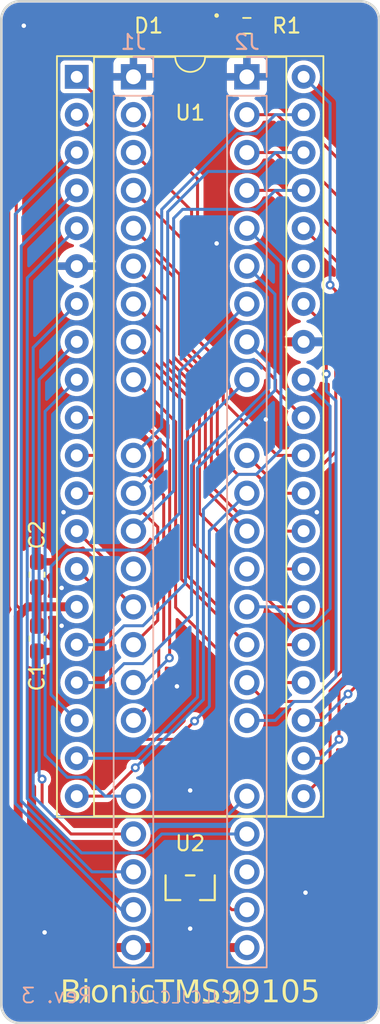
<source format=kicad_pcb>
(kicad_pcb (version 20240108) (generator "pcbnew") (generator_version "8.0")
  (title_block (title "BionicTMS99105") (date "2025-03-02") (rev "3") (company "Tadashi G. Takaoka"))
  (layers (0 "F.Cu" mixed) (31 "B.Cu" mixed) (34 "B.Paste" user) (35 "F.Paste" user) (36 "B.SilkS" user "B.Silkscreen") (37 "F.SilkS" user "F.Silkscreen") (38 "B.Mask" user) (39 "F.Mask" user) (44 "Edge.Cuts" user))
  (net 0 "")
  (net 1 "VCC")
  (net 2 "GND")
  (net 3 "/P53")
  (net 4 "/P26")
  (net 5 "/P27")
  (net 6 "/P47")
  (net 7 "/P46")
  (net 8 "/P25")
  (net 9 "/P24")
  (net 10 "/P23")
  (net 11 "/P22")
  (net 12 "/P21")
  (net 13 "/P20")
  (net 14 "/P34")
  (net 15 "/P35")
  (net 16 "/P17")
  (net 17 "/P36")
  (net 18 "/P16")
  (net 19 "/P15")
  (net 20 "/P40")
  (net 21 "/P14")
  (net 22 "/P13")
  (net 23 "/P42")
  (net 24 "/P12")
  (net 25 "/P11")
  (net 26 "/P10")
  (net 27 "unconnected-(U2-SCIO-Pad1)")
  (net 28 "/P55")
  (net 29 "/P32")
  (net 30 "/P31")
  (net 31 "/P30")
  (net 32 "/P51")
  (net 33 "/P45")
  (net 34 "/P37")
  (net 35 "/P50")
  (net 36 "/P52")
  (net 38 "/P54")
  (net 39 "/P44")
  (net 40 "/P41")
  (net 41 "Net-(D1-K)")
  (footprint "Resistor_SMD:R_0603_1608Metric_Pad0.98x0.95mm_HandSolder" (layer "F.Cu") (at 117.51 71.651)
    (property "Reference" "R1" (at 2.667 0 0) (layer "F.SilkS"))
    (property "Value" "1.6k")
    (fp_line (start -0.254724 -0.5225) (end 0.254724 -0.5225) (stroke (width 0.12)) (layer "F.SilkS"))
    (fp_line (start -0.254724 0.5225) (end 0.254724 0.5225) (stroke (width 0.12)) (layer "F.SilkS"))
    (pad "1" smd roundrect (at -0.9125 0) (size 0.975 0.95) (layers "F.Cu" "F.Paste" "F.Mask") (net 41 "Net-(D1-K)"))
    (pad "2" smd roundrect (at 0.9125 0) (size 0.975 0.95) (layers "F.Cu" "F.Paste" "F.Mask") (net 2 "GND"))
  )
  (footprint "Capacitor_SMD:C_0603_1608Metric_Pad1.08x0.95mm_HandSolder" (layer "F.Cu") (at 103.413 112.7725 -90)
    (property "Reference" "C1" (at 2.5665 0 90) (layer "F.SilkS"))
    (property "Value" "0.1u")
    (fp_line (start -0.146267 0.51) (end 0.146267 0.51) (stroke (width 0.12)) (layer "F.SilkS"))
    (fp_line (start -0.146267 -0.51) (end 0.146267 -0.51) (stroke (width 0.12)) (layer "F.SilkS"))
    (pad "1" smd roundrect (at -0.8625 0 270) (size 1.075 0.95) (layers "F.Cu" "F.Paste" "F.Mask") (net 1 "VCC"))
    (pad "2" smd roundrect (at 0.8625 0 270) (size 1.075 0.95) (layers "F.Cu" "F.Paste" "F.Mask") (net 2 "GND"))
  )
  (footprint "rhom:LED_CSL1901UW1_ROM-M" (layer "F.Cu") (at 113.827 71.651 180)
    (property "Reference" "D1" (at 2.921 0 0) (layer "F.SilkS"))
    (property "Value" "CSL1901UW1")
    (fp_circle (center -1.651 0.6858) (end -1.5748 0.6858) (stroke (width 0.1524)) (fill none) (layer "F.SilkS"))
    (pad "1" smd rect (at -0.8763 0 180) (size 0.9652 0.762) (layers "F.Cu" "F.Paste" "F.Mask") (net 41 "Net-(D1-K)"))
    (pad "2" smd rect (at 0.8763 0 180) (size 0.9652 0.762) (layers "F.Cu" "F.Paste" "F.Mask") (net 1 "VCC"))
    (zone (net 0) (net_name "") (layer "F.Cu") (connect_pads (clearance 0)) (min_thickness 0.254)
      (keepout (tracks not_allowed) (vias not_allowed) (pads allowed) (copperpour not_allowed) (footprints allowed))
      (fill (thermal_gap 0.508) (thermal_bridge_width 0.508))
      (polygon (pts (xy 114.1699 72.0066) (xy 113.4841 72.0066) (xy 113.4841 71.2954) (xy 114.1699 71.2954)))
    )
  )
  (footprint "bionic:DIP-40_W15.24mm_Socket" (layer "F.Cu") (at 106.08 75.08)
    (property "Reference" "U1" (at 7.62 2.413 0) (layer "F.SilkS"))
    (property "Value" "TMS99105")
    (fp_line (start -1.33 -1.39) (end -1.33 49.65) (stroke (width 0.12)) (layer "F.SilkS"))
    (fp_line (start -1.33 49.65) (end 16.57 49.65) (stroke (width 0.12)) (layer "F.SilkS"))
    (fp_line (start 1.16 -1.33) (end 1.16 49.59) (stroke (width 0.12)) (layer "F.SilkS"))
    (fp_line (start 1.16 49.59) (end 14.08 49.59) (stroke (width 0.12)) (layer "F.SilkS"))
    (fp_line (start 6.62 -1.33) (end 1.16 -1.33) (stroke (width 0.12)) (layer "F.SilkS"))
    (fp_line (start 14.08 -1.33) (end 8.62 -1.33) (stroke (width 0.12)) (layer "F.SilkS"))
    (fp_line (start 14.08 49.59) (end 14.08 -1.33) (stroke (width 0.12)) (layer "F.SilkS"))
    (fp_line (start 16.57 -1.39) (end -1.33 -1.39) (stroke (width 0.12)) (layer "F.SilkS"))
    (fp_line (start 16.57 49.65) (end 16.57 -1.39) (stroke (width 0.12)) (layer "F.SilkS"))
    (fp_arc (start 8.62 -1.33) (mid 7.62 -0.33) (end 6.62 -1.33) (stroke (width 0.12)) (layer "F.SilkS"))
    (pad "1" thru_hole rect (at 0 0) (size 1.6 1.6) (drill 0.8) (layers "*.Cu" "*.Mask") (net 23 "/P42"))
    (pad "2" thru_hole oval (at 0 2.54) (size 1.6 1.6) (drill 0.8) (layers "*.Cu" "*.Mask") (net 33 "/P45"))
    (pad "3" thru_hole oval (at 0 5.08) (size 1.6 1.6) (drill 0.8) (layers "*.Cu" "*.Mask") (net 3 "/P53"))
    (pad "4" thru_hole oval (at 0 7.62) (size 1.6 1.6) (drill 0.8) (layers "*.Cu" "*.Mask") (net 36 "/P52"))
    (pad "5" thru_hole oval (at 0 10.16) (size 1.6 1.6) (drill 0.8) (layers "*.Cu" "*.Mask") (net 28 "/P55"))
    (pad "6" thru_hole oval (at 0 12.7) (size 1.6 1.6) (drill 0.8) (layers "*.Cu" "*.Mask") (net 2 "GND"))
    (pad "7" thru_hole oval (at 0 15.24) (size 1.6 1.6) (drill 0.8) (layers "*.Cu" "*.Mask") (net 38 "/P54"))
    (pad "8" thru_hole oval (at 0 17.78) (size 1.6 1.6) (drill 0.8) (layers "*.Cu" "*.Mask") (net 32 "/P51"))
    (pad "9" thru_hole oval (at 0 20.32) (size 1.6 1.6) (drill 0.8) (layers "*.Cu" "*.Mask") (net 35 "/P50"))
    (pad "10" thru_hole oval (at 0 22.86) (size 1.6 1.6) (drill 0.8) (layers "*.Cu" "*.Mask") (net 34 "/P37"))
    (pad "11" thru_hole oval (at 0 25.4) (size 1.6 1.6) (drill 0.8) (layers "*.Cu" "*.Mask") (net 17 "/P36"))
    (pad "12" thru_hole oval (at 0 27.94) (size 1.6 1.6) (drill 0.8) (layers "*.Cu" "*.Mask") (net 15 "/P35"))
    (pad "13" thru_hole oval (at 0 30.48) (size 1.6 1.6) (drill 0.8) (layers "*.Cu" "*.Mask") (net 14 "/P34"))
    (pad "14" thru_hole oval (at 0 33.02) (size 1.6 1.6) (drill 0.8) (layers "*.Cu" "*.Mask") (net 40 "/P41"))
    (pad "15" thru_hole oval (at 0 35.56) (size 1.6 1.6) (drill 0.8) (layers "*.Cu" "*.Mask") (net 1 "VCC"))
    (pad "16" thru_hole oval (at 0 38.1) (size 1.6 1.6) (drill 0.8) (layers "*.Cu" "*.Mask") (net 5 "/P27"))
    (pad "17" thru_hole oval (at 0 40.64) (size 1.6 1.6) (drill 0.8) (layers "*.Cu" "*.Mask") (net 4 "/P26"))
    (pad "18" thru_hole oval (at 0 43.18) (size 1.6 1.6) (drill 0.8) (layers "*.Cu" "*.Mask") (net 8 "/P25"))
    (pad "19" thru_hole oval (at 0 45.72) (size 1.6 1.6) (drill 0.8) (layers "*.Cu" "*.Mask") (net 9 "/P24"))
    (pad "20" thru_hole oval (at 0 48.26) (size 1.6 1.6) (drill 0.8) (layers "*.Cu" "*.Mask") (net 10 "/P23"))
    (pad "21" thru_hole oval (at 15.24 48.26) (size 1.6 1.6) (drill 0.8) (layers "*.Cu" "*.Mask") (net 11 "/P22"))
    (pad "22" thru_hole oval (at 15.24 45.72) (size 1.6 1.6) (drill 0.8) (layers "*.Cu" "*.Mask") (net 12 "/P21"))
    (pad "23" thru_hole oval (at 15.24 43.18) (size 1.6 1.6) (drill 0.8) (layers "*.Cu" "*.Mask") (net 13 "/P20"))
    (pad "24" thru_hole oval (at 15.24 40.64) (size 1.6 1.6) (drill 0.8) (layers "*.Cu" "*.Mask") (net 16 "/P17"))
    (pad "25" thru_hole oval (at 15.24 38.1) (size 1.6 1.6) (drill 0.8) (layers "*.Cu" "*.Mask") (net 18 "/P16"))
    (pad "26" thru_hole oval (at 15.24 35.56) (size 1.6 1.6) (drill 0.8) (layers "*.Cu" "*.Mask") (net 19 "/P15"))
    (pad "27" thru_hole oval (at 15.24 33.02) (size 1.6 1.6) (drill 0.8) (layers "*.Cu" "*.Mask") (net 21 "/P14"))
    (pad "28" thru_hole oval (at 15.24 30.48) (size 1.6 1.6) (drill 0.8) (layers "*.Cu" "*.Mask") (net 22 "/P13"))
    (pad "29" thru_hole oval (at 15.24 27.94) (size 1.6 1.6) (drill 0.8) (layers "*.Cu" "*.Mask") (net 24 "/P12"))
    (pad "30" thru_hole oval (at 15.24 25.4) (size 1.6 1.6) (drill 0.8) (layers "*.Cu" "*.Mask") (net 25 "/P11"))
    (pad "31" thru_hole oval (at 15.24 22.86) (size 1.6 1.6) (drill 0.8) (layers "*.Cu" "*.Mask") (net 26 "/P10"))
    (pad "32" thru_hole oval (at 15.24 20.32) (size 1.6 1.6) (drill 0.8) (layers "*.Cu" "*.Mask") (net 39 "/P44"))
    (pad "33" thru_hole oval (at 15.24 17.78) (size 1.6 1.6) (drill 0.8) (layers "*.Cu" "*.Mask") (net 2 "GND"))
    (pad "34" thru_hole oval (at 15.24 15.24) (size 1.6 1.6) (drill 0.8) (layers "*.Cu" "*.Mask") (net 6 "/P47"))
    (pad "35" thru_hole oval (at 15.24 12.7) (size 1.6 1.6) (drill 0.8) (layers "*.Cu" "*.Mask"))
    (pad "36" thru_hole oval (at 15.24 10.16) (size 1.6 1.6) (drill 0.8) (layers "*.Cu" "*.Mask") (net 7 "/P46"))
    (pad "37" thru_hole oval (at 15.24 7.62) (size 1.6 1.6) (drill 0.8) (layers "*.Cu" "*.Mask") (net 29 "/P32"))
    (pad "38" thru_hole oval (at 15.24 5.08) (size 1.6 1.6) (drill 0.8) (layers "*.Cu" "*.Mask") (net 30 "/P31"))
    (pad "39" thru_hole oval (at 15.24 2.54) (size 1.6 1.6) (drill 0.8) (layers "*.Cu" "*.Mask") (net 31 "/P30"))
    (pad "40" thru_hole oval (at 15.24 0) (size 1.6 1.6) (drill 0.8) (layers "*.Cu" "*.Mask") (net 20 "/P40"))
  )
  (footprint "Capacitor_SMD:C_0603_1608Metric_Pad1.08x0.95mm_HandSolder" (layer "F.Cu") (at 103.413 108.481 90)
    (property "Reference" "C2" (at 2.667 0 90) (layer "F.SilkS"))
    (property "Value" "22U")
    (fp_line (start -0.146267 -0.51) (end 0.146267 -0.51) (stroke (width 0.12)) (layer "F.SilkS"))
    (fp_line (start -0.146267 0.51) (end 0.146267 0.51) (stroke (width 0.12)) (layer "F.SilkS"))
    (pad "1" smd roundrect (at -0.8625 0 90) (size 1.075 0.95) (layers "F.Cu" "F.Paste" "F.Mask") (net 1 "VCC"))
    (pad "2" smd roundrect (at 0.8625 0 90) (size 1.075 0.95) (layers "F.Cu" "F.Paste" "F.Mask") (net 2 "GND"))
  )
  (footprint "microchip:SOT-23_MC_MCH-M" (layer "F.Cu") (at 113.7 129.486 180)
    (property "Reference" "U2" (at 0 2.971 0) (layer "F.SilkS"))
    (property "Value" "11AA010-I/TT")
    (fp_line (start 1.652 0.827) (end 1.652 -0.827) (stroke (width 0.1524)) (layer "F.SilkS"))
    (fp_line (start 1.652 -0.827) (end 0.66294 -0.827) (stroke (width 0.1524)) (layer "F.SilkS"))
    (fp_line (start -0.287061 0.827) (end 0.287061 0.827) (stroke (width 0.1524)) (layer "F.SilkS"))
    (fp_line (start -0.66294 -0.827) (end -1.652 -0.827) (stroke (width 0.1524)) (layer "F.SilkS"))
    (fp_line (start -1.652 -0.827) (end -1.652 0.827) (stroke (width 0.1524)) (layer "F.SilkS"))
    (pad "1" smd rect (at -0.950001 1.066 180) (size 0.6604 1.6256) (layers "F.Cu" "F.Paste" "F.Mask") (net 27 "unconnected-(U2-SCIO-Pad1)"))
    (pad "2" smd rect (at 0.950001 1.066 180) (size 0.6604 1.6256) (layers "F.Cu" "F.Paste" "F.Mask") (net 1 "VCC"))
    (pad "3" smd rect (at 0 -1.066 180) (size 0.6604 1.6256) (layers "F.Cu" "F.Paste" "F.Mask") (net 2 "GND"))
  )
  (footprint "bionic:Bionic-P135_THT" (layer "B.Cu") (at 109.89 75.08 180)
    (property "Reference" "J1" (at 0 2.33 0) (layer "B.SilkS") (effects (justify mirror)))
    (property "Value" "Bionic-P135")
    (fp_line (start 1.33 -1.27) (end -1.33 -1.27) (stroke (width 0.12)) (layer "B.SilkS"))
    (fp_line (start 1.33 -59.75) (end 1.33 -1.27) (stroke (width 0.12)) (layer "B.SilkS"))
    (fp_line (start 1.33 -59.75) (end -1.33 -59.75) (stroke (width 0.12)) (layer "B.SilkS"))
    (fp_line (start 0 1.33) (end -1.33 1.33) (stroke (width 0.12)) (layer "B.SilkS"))
    (fp_line (start -1.33 1.33) (end -1.33 0) (stroke (width 0.12)) (layer "B.SilkS"))
    (fp_line (start -1.33 -59.75) (end -1.33 -1.27) (stroke (width 0.12)) (layer "B.SilkS"))
    (pad "1" thru_hole rect (at 0 0 180) (size 1.7 1.7) (drill 1) (layers "*.Cu" "*.Mask") (net 2 "GND"))
    (pad "2" thru_hole oval (at 0 -2.54 180) (size 1.7 1.7) (drill 1) (layers "*.Cu" "*.Mask") (net 26 "/P10"))
    (pad "3" thru_hole oval (at 0 -5.08 180) (size 1.7 1.7) (drill 1) (layers "*.Cu" "*.Mask") (net 25 "/P11"))
    (pad "4" thru_hole oval (at 0 -7.62 180) (size 1.7 1.7) (drill 1) (layers "*.Cu" "*.Mask") (net 24 "/P12"))
    (pad "5" thru_hole oval (at 0 -10.16 180) (size 1.7 1.7) (drill 1) (layers "*.Cu" "*.Mask") (net 22 "/P13"))
    (pad "6" thru_hole oval (at 0 -12.7 180) (size 1.7 1.7) (drill 1) (layers "*.Cu" "*.Mask") (net 21 "/P14"))
    (pad "7" thru_hole oval (at 0 -15.24 180) (size 1.7 1.7) (drill 1) (layers "*.Cu" "*.Mask") (net 19 "/P15"))
    (pad "8" thru_hole oval (at 0 -17.78 180) (size 1.7 1.7) (drill 1) (layers "*.Cu" "*.Mask") (net 18 "/P16"))
    (pad "9" thru_hole oval (at 0 -20.32 180) (size 1.7 1.7) (drill 1) (layers "*.Cu" "*.Mask") (net 16 "/P17"))
    (pad "11" thru_hole oval (at 0 -25.4 180) (size 1.7 1.7) (drill 1) (layers "*.Cu" "*.Mask") (net 31 "/P30"))
    (pad "12" thru_hole oval (at 0 -27.94 180) (size 1.7 1.7) (drill 1) (layers "*.Cu" "*.Mask") (net 30 "/P31"))
    (pad "13" thru_hole oval (at 0 -30.48 180) (size 1.7 1.7) (drill 1) (layers "*.Cu" "*.Mask") (net 29 "/P32"))
    (pad "14" thru_hole oval (at 0 -33.02 180) (size 1.7 1.7) (drill 1) (layers "*.Cu" "*.Mask"))
    (pad "15" thru_hole oval (at 0 -35.56 180) (size 1.7 1.7) (drill 1) (layers "*.Cu" "*.Mask") (net 14 "/P34"))
    (pad "16" thru_hole oval (at 0 -38.1 180) (size 1.7 1.7) (drill 1) (layers "*.Cu" "*.Mask") (net 15 "/P35"))
    (pad "17" thru_hole oval (at 0 -40.64 180) (size 1.7 1.7) (drill 1) (layers "*.Cu" "*.Mask") (net 34 "/P37"))
    (pad "18" thru_hole oval (at 0 -43.18 180) (size 1.7 1.7) (drill 1) (layers "*.Cu" "*.Mask") (net 17 "/P36"))
    (pad "20" thru_hole oval (at 0 -48.26 180) (size 1.7 1.7) (drill 1) (layers "*.Cu" "*.Mask") (net 35 "/P50"))
    (pad "21" thru_hole oval (at 0 -50.8 180) (size 1.7 1.7) (drill 1) (layers "*.Cu" "*.Mask") (net 32 "/P51"))
    (pad "22" thru_hole oval (at 0 -53.34 180) (size 1.7 1.7) (drill 1) (layers "*.Cu" "*.Mask") (net 36 "/P52"))
    (pad "23" thru_hole oval (at 0 -55.88 180) (size 1.7 1.7) (drill 1) (layers "*.Cu" "*.Mask") (net 3 "/P53"))
    (pad "24" thru_hole oval (at 0 -58.42 180) (size 1.7 1.7) (drill 1) (layers "*.Cu" "*.Mask") (net 1 "VCC"))
  )
  (footprint "bionic:Bionic-P245_THT" (layer "B.Cu") (at 117.51 75.08 180)
    (property "Reference" "J2" (at 0 2.33 0) (layer "B.SilkS") (effects (justify mirror)))
    (property "Value" "Bionic-P245")
    (fp_line (start 1.33 -1.27) (end -1.33 -1.27) (stroke (width 0.12)) (layer "B.SilkS"))
    (fp_line (start 1.33 -59.75) (end 1.33 -1.27) (stroke (width 0.12)) (layer "B.SilkS"))
    (fp_line (start 1.33 -59.75) (end -1.33 -59.75) (stroke (width 0.12)) (layer "B.SilkS"))
    (fp_line (start 0 1.33) (end -1.33 1.33) (stroke (width 0.12)) (layer "B.SilkS"))
    (fp_line (start -1.33 1.33) (end -1.33 0) (stroke (width 0.12)) (layer "B.SilkS"))
    (fp_line (start -1.33 -59.75) (end -1.33 -1.27) (stroke (width 0.12)) (layer "B.SilkS"))
    (pad "25" thru_hole oval (at 0 -58.42 180) (size 1.7 1.7) (drill 1) (layers "*.Cu" "*.Mask") (net 1 "VCC"))
    (pad "26" thru_hole oval (at 0 -55.88 180) (size 1.7 1.7) (drill 1) (layers "*.Cu" "*.Mask") (net 27 "unconnected-(U2-SCIO-Pad1)"))
    (pad "27" thru_hole oval (at 0 -53.34 180) (size 1.7 1.7) (drill 1) (layers "*.Cu" "*.Mask"))
    (pad "28" thru_hole oval (at 0 -50.8 180) (size 1.7 1.7) (drill 1) (layers "*.Cu" "*.Mask") (net 28 "/P55"))
    (pad "29" thru_hole oval (at 0 -48.26 180) (size 1.7 1.7) (drill 1) (layers "*.Cu" "*.Mask") (net 38 "/P54"))
    (pad "31" thru_hole oval (at 0 -43.18 180) (size 1.7 1.7) (drill 1) (layers "*.Cu" "*.Mask") (net 6 "/P47"))
    (pad "32" thru_hole oval (at 0 -40.64 180) (size 1.7 1.7) (drill 1) (layers "*.Cu" "*.Mask") (net 7 "/P46"))
    (pad "33" thru_hole oval (at 0 -38.1 180) (size 1.7 1.7) (drill 1) (layers "*.Cu" "*.Mask") (net 33 "/P45"))
    (pad "34" thru_hole oval (at 0 -35.56 180) (size 1.7 1.7) (drill 1) (layers "*.Cu" "*.Mask") (net 39 "/P44"))
    (pad "35" thru_hole oval (at 0 -33.02 180) (size 1.7 1.7) (drill 1) (layers "*.Cu" "*.Mask"))
    (pad "36" thru_hole oval (at 0 -30.48 180) (size 1.7 1.7) (drill 1) (layers "*.Cu" "*.Mask") (net 23 "/P42"))
    (pad "37" thru_hole oval (at 0 -27.94 180) (size 1.7 1.7) (drill 1) (layers "*.Cu" "*.Mask") (net 40 "/P41"))
    (pad "38" thru_hole oval (at 0 -25.4 180) (size 1.7 1.7) (drill 1) (layers "*.Cu" "*.Mask") (net 20 "/P40"))
    (pad "40" thru_hole oval (at 0 -20.32 180) (size 1.7 1.7) (drill 1) (layers "*.Cu" "*.Mask") (net 5 "/P27"))
    (pad "41" thru_hole oval (at 0 -17.78 180) (size 1.7 1.7) (drill 1) (layers "*.Cu" "*.Mask") (net 4 "/P26"))
    (pad "42" thru_hole oval (at 0 -15.24 180) (size 1.7 1.7) (drill 1) (layers "*.Cu" "*.Mask") (net 8 "/P25"))
    (pad "43" thru_hole oval (at 0 -12.7 180) (size 1.7 1.7) (drill 1) (layers "*.Cu" "*.Mask") (net 9 "/P24"))
    (pad "44" thru_hole oval (at 0 -10.16 180) (size 1.7 1.7) (drill 1) (layers "*.Cu" "*.Mask") (net 10 "/P23"))
    (pad "45" thru_hole oval (at 0 -7.62 180) (size 1.7 1.7) (drill 1) (layers "*.Cu" "*.Mask") (net 11 "/P22"))
    (pad "46" thru_hole oval (at 0 -5.08 180) (size 1.7 1.7) (drill 1) (layers "*.Cu" "*.Mask") (net 12 "/P21"))
    (pad "47" thru_hole oval (at 0 -2.54 180) (size 1.7 1.7) (drill 1) (layers "*.Cu" "*.Mask") (net 13 "/P20"))
    (pad "48" thru_hole rect (at 0 0 180) (size 1.7 1.7) (drill 1) (layers "*.Cu" "*.Mask") (net 2 "GND"))
  )
  (gr_arc (start 126.4 137.31) (mid 126.028026 138.208026) (end 125.13 138.58) (stroke (width 0.15)) (layer "Edge.Cuts"))
  (gr_line (start 126.4 71.27) (end 126.4 137.31) (stroke (width 0.15)) (layer "Edge.Cuts"))
  (gr_arc (start 101 71.27) (mid 101.371974 70.371974) (end 102.27 70) (stroke (width 0.15)) (layer "Edge.Cuts"))
  (gr_line (start 101 71.27) (end 101 137.31) (stroke (width 0.15)) (layer "Edge.Cuts"))
  (gr_arc (start 102.27 138.58) (mid 101.371974 138.208026) (end 101 137.31) (stroke (width 0.15)) (layer "Edge.Cuts"))
  (gr_line (start 102.27 70) (end 125.13 70) (stroke (width 0.15)) (layer "Edge.Cuts"))
  (gr_line (start 102.27 138.58) (end 125.13 138.58) (stroke (width 0.15)) (layer "Edge.Cuts"))
  (gr_arc (start 125.13 70) (mid 126.028026 70.371974) (end 126.4 71.27) (stroke (width 0.15)) (layer "Edge.Cuts"))
  (gr_text "JLCJLCJLCJLC" (at 113.7 137.31 0) (layer "B.SilkS") (effects (font (size 0.8 0.8)) (justify bottom mirror)))
  (gr_text "Rev. 3" (at 107.223 137.31 0) (layer "B.SilkS") (effects (font (size 1 1)) (justify left bottom mirror)))
  (gr_text "BionicTMS99105" (at 113.7 136.548 0) (layer "F.SilkS") (effects (font (size 1.5 1.5) (thickness 0.1875))))
  (segment (start 102.397 110.894) (end 102.016 110.513) (width 0.2) (layer "F.Cu") (net 1))
  (segment (start 112.749999 128.42) (end 112.749999 133.464399) (width 0.2) (layer "F.Cu") (net 1))
  (segment (start 102.7791 110.6389) (end 102.143 111.275) (width 0.6) (layer "F.Cu") (net 1))
  (segment (start 117.51 133.5) (end 112.7856 133.5) (width 0.6) (layer "F.Cu") (net 1))
  (segment (start 106.08 110.64) (end 106.0789 110.6389) (width 0.6) (layer "F.Cu") (net 1))
  (segment (start 112.749999 133.464399) (end 112.7856 133.5) (width 0.2) (layer "F.Cu") (net 1))
  (segment (start 108.62 133.5) (end 109.89 133.5) (width 0.6) (layer "F.Cu") (net 1))
  (segment (start 102.143 111.275) (end 102.143 127.023) (width 0.6) (layer "F.Cu") (net 1))
  (segment (start 102.016 110.513) (end 102.016 74.699) (width 0.2) (layer "F.Cu") (net 1))
  (segment (start 105.064 71.651) (end 112.9507 71.651) (width 0.2) (layer "F.Cu") (net 1))
  (segment (start 102.016 74.699) (end 105.064 71.651) (width 0.2) (layer "F.Cu") (net 1))
  (segment (start 103.413 109.3435) (end 103.413 111.91) (width 0.6) (layer "F.Cu") (net 1))
  (segment (start 112.7856 133.5) (end 109.89 133.5) (width 0.6) (layer "F.Cu") (net 1))
  (segment (start 106.0789 110.6389) (end 102.7791 110.6389) (width 0.6) (layer "F.Cu") (net 1))
  (segment (start 102.143 127.023) (end 108.62 133.5) (width 0.6) (layer "F.Cu") (net 1))
  (segment (start 121.32 92.86) (end 120.05 92.86) (width 0.6) (layer "F.Cu") (net 2))
  (via (at 122.209 104.29) (size 0.6) (drill 0.3) (layers "F.Cu" "B.Cu") (net 2))
  (via (at 113.7 132.23) (size 0.6) (drill 0.3) (layers "F.Cu" "B.Cu") (net 2))
  (via (at 113.7 122.959) (size 0.6) (drill 0.3) (layers "F.Cu" "B.Cu") (net 2))
  (via (at 118.78 98.067) (size 0.6) (drill 0.3) (layers "F.Cu" "B.Cu") (net 2))
  (via (at 105.191 104.29) (size 0.6) (drill 0.3) (layers "F.Cu" "B.Cu") (net 2))
  (via (at 105.064 109.37) (size 0.6) (drill 0.3) (layers "F.Cu" "B.Cu") (net 2))
  (via (at 102.524 71.651) (size 0.6) (drill 0.3) (layers "F.Cu" "B.Cu") (net 2))
  (via (at 103.921 132.484) (size 0.6) (drill 0.3) (layers "F.Cu" "B.Cu") (net 2))
  (via (at 115.478 86.256) (size 0.6) (drill 0.3) (layers "F.Cu" "B.Cu") (net 2))
  (via (at 121.447 129.817) (size 0.6) (drill 0.3) (layers "F.Cu" "B.Cu") (net 2))
  (via (at 105.064 111.91) (size 0.6) (drill 0.3) (layers "F.Cu" "B.Cu") (net 2))
  (via (at 112.811 115.974) (size 0.6) (drill 0.3) (layers "F.Cu" "B.Cu") (net 2))
  (segment (start 121.32 92.86) (end 122.844 92.86) (width 0.6) (layer "B.Cu") (net 2))
  (segment (start 109.89 130.96) (end 109.081942 130.96) (width 0.2) (layer "B.Cu") (net 3))
  (segment (start 101.9528 123.830858) (end 101.9528 84.2872) (width 0.2) (layer "B.Cu") (net 3))
  (segment (start 101.9528 84.2872) (end 106.08 80.16) (width 0.2) (layer "B.Cu") (net 3))
  (segment (start 109.081942 130.96) (end 101.9528 123.830858) (width 0.2) (layer "B.Cu") (net 3))
  (segment (start 110.525 114.45) (end 113.789 111.186) (width 0.2) (layer "B.Cu") (net 4))
  (segment (start 107.985 115.72) (end 109.255 114.45) (width 0.2) (layer "B.Cu") (net 4))
  (segment (start 113.789 111.186) (end 113.789 101.153) (width 0.2) (layer "B.Cu") (net 4))
  (segment (start 106.08 115.72) (end 107.985 115.72) (width 0.2) (layer "B.Cu") (net 4))
  (segment (start 109.255 114.45) (end 110.525 114.45) (width 0.2) (layer "B.Cu") (net 4))
  (segment (start 113.789 101.153) (end 118.996 95.946) (width 0.2) (layer "B.Cu") (net 4))
  (segment (start 118.996 94.346) (end 117.51 92.86) (width 0.2) (layer "B.Cu") (net 4))
  (segment (start 118.996 95.946) (end 118.996 94.346) (width 0.2) (layer "B.Cu") (net 4))
  (segment (start 113.389 99.521) (end 117.51 95.4) (width 0.2) (layer "B.Cu") (net 5))
  (segment (start 110.525 111.91) (end 113.389 109.046) (width 0.2) (layer "B.Cu") (net 5))
  (segment (start 109.255 111.91) (end 110.525 111.91) (width 0.2) (layer "B.Cu") (net 5))
  (segment (start 106.08 113.18) (end 107.985 113.18) (width 0.2) (layer "B.Cu") (net 5))
  (segment (start 113.389 109.046) (end 113.389 99.521) (width 0.2) (layer "B.Cu") (net 5))
  (segment (start 107.985 113.18) (end 109.255 111.91) (width 0.2) (layer "B.Cu") (net 5))
  (segment (start 122.844 95.019) (end 122.844 91.844) (width 0.2) (layer "F.Cu") (net 6))
  (segment (start 122.844 91.844) (end 121.32 90.32) (width 0.2) (layer "F.Cu") (net 6))
  (via (at 122.844 95.019) (size 0.6) (drill 0.3) (layers "F.Cu" "B.Cu") (net 6))
  (segment (start 122.844 95.019) (end 122.844 96.162) (width 0.2) (layer "B.Cu") (net 6))
  (segment (start 121.843818 116.99) (end 120.685 116.99) (width 0.2) (layer "B.Cu") (net 6))
  (segment (start 120.685 116.99) (end 119.415 118.26) (width 0.2) (layer "B.Cu") (net 6))
  (segment (start 122.844 96.162) (end 123.498 96.816) (width 0.2) (layer "B.Cu") (net 6))
  (segment (start 123.498 96.816) (end 123.498 115.335818) (width 0.2) (layer "B.Cu") (net 6))
  (segment (start 119.415 118.26) (end 117.51 118.26) (width 0.2) (layer "B.Cu") (net 6))
  (segment (start 123.498 115.335818) (end 121.843818 116.99) (width 0.2) (layer "B.Cu") (net 6))
  (segment (start 118.78 116.99) (end 121.828 116.99) (width 0.2) (layer "F.Cu") (net 7))
  (segment (start 117.51 115.72) (end 118.78 116.99) (width 0.2) (layer "F.Cu") (net 7))
  (segment (start 121.828 116.99) (end 123.879 114.939) (width 0.2) (layer "F.Cu") (net 7))
  (segment (start 123.879 114.939) (end 123.879 87.799) (width 0.2) (layer "F.Cu") (net 7))
  (segment (start 123.879 87.799) (end 121.32 85.24) (width 0.2) (layer "F.Cu") (net 7))
  (segment (start 106.08 118.26) (end 104.3528 116.5328) (width 0.2) (layer "B.Cu") (net 8))
  (segment (start 105.445 106.83) (end 110.525 106.83) (width 0.2) (layer "B.Cu") (net 8))
  (segment (start 112.989 104.366) (end 112.989 94.841) (width 0.2) (layer "B.Cu") (net 8))
  (segment (start 104.3528 107.9222) (end 105.445 106.83) (width 0.2) (layer "B.Cu") (net 8))
  (segment (start 104.3528 116.5328) (end 104.3528 107.9222) (width 0.2) (layer "B.Cu") (net 8))
  (segment (start 110.525 106.83) (end 112.989 104.366) (width 0.2) (layer "B.Cu") (net 8))
  (segment (start 112.989 94.841) (end 117.51 90.32) (width 0.2) (layer "B.Cu") (net 8))
  (segment (start 114.189 116.697314) (end 110.086314 120.8) (width 0.2) (layer "B.Cu") (net 9))
  (segment (start 119.396 89.666) (end 119.396 96.111686) (width 0.2) (layer "B.Cu") (net 9))
  (segment (start 110.086314 120.8) (end 106.08 120.8) (width 0.2) (layer "B.Cu") (net 9))
  (segment (start 114.189 101.318686) (end 114.189 116.697314) (width 0.2) (layer "B.Cu") (net 9))
  (segment (start 119.396 96.111686) (end 114.189 101.318686) (width 0.2) (layer "B.Cu") (net 9))
  (segment (start 117.51 87.78) (end 119.396 89.666) (width 0.2) (layer "B.Cu") (net 9))
  (segment (start 108.112 123.34) (end 106.08 123.34) (width 0.2) (layer "F.Cu") (net 10))
  (segment (start 110.017 121.435) (end 108.112 123.34) (width 0.2) (layer "F.Cu") (net 10))
  (via (at 110.017 121.435) (size 0.6) (drill 0.3) (layers "F.Cu" "B.Cu") (net 10))
  (segment (start 118.145 101.75) (end 119.796 100.099) (width 0.2) (layer "B.Cu") (net 10))
  (segment (start 116.9385 101.75) (end 118.145 101.75) (width 0.2) (layer "B.Cu") (net 10))
  (segment (start 110.017 121.435) (end 114.589 116.863) (width 0.2) (layer "B.Cu") (net 10))
  (segment (start 119.796 100.099) (end 119.796 87.526) (width 0.2) (layer "B.Cu") (net 10))
  (segment (start 119.796 87.526) (end 117.51 85.24) (width 0.2) (layer "B.Cu") (net 10))
  (segment (start 114.589 104.0995) (end 116.9385 101.75) (width 0.2) (layer "B.Cu") (net 10))
  (segment (start 114.589 116.863) (end 114.589 104.0995) (width 0.2) (layer "B.Cu") (net 10))
  (segment (start 124.279 115.104686) (end 124.279 86.294) (width 0.2) (layer "F.Cu") (net 11))
  (segment (start 119.415 82.7) (end 117.51 82.7) (width 0.2) (layer "F.Cu") (net 11))
  (segment (start 123.098 116.285686) (end 124.279 115.104686) (width 0.2) (layer "F.Cu") (net 11))
  (segment (start 120.685 83.97) (end 119.415 82.7) (width 0.2) (layer "F.Cu") (net 11))
  (segment (start 124.279 86.294) (end 121.955 83.97) (width 0.2) (layer "F.Cu") (net 11))
  (segment (start 121.32 123.34) (end 123.098 121.562) (width 0.2) (layer "F.Cu") (net 11))
  (segment (start 121.955 83.97) (end 120.685 83.97) (width 0.2) (layer "F.Cu") (net 11))
  (segment (start 123.098 121.562) (end 123.098 116.285686) (width 0.2) (layer "F.Cu") (net 11))
  (segment (start 119.415 80.16) (end 117.51 80.16) (width 0.2) (layer "F.Cu") (net 12))
  (segment (start 121.955 81.43) (end 120.685 81.43) (width 0.2) (layer "F.Cu") (net 12))
  (segment (start 124.679 84.154) (end 121.955 81.43) (width 0.2) (layer "F.Cu") (net 12))
  (segment (start 124.679 115.270372) (end 124.679 84.154) (width 0.2) (layer "F.Cu") (net 12))
  (segment (start 120.685 81.43) (end 119.415 80.16) (width 0.2) (layer "F.Cu") (net 12))
  (segment (start 123.698 116.251372) (end 124.679 115.270372) (width 0.2) (layer "F.Cu") (net 12))
  (segment (start 123.698 119.53) (end 123.698 116.251372) (width 0.2) (layer "F.Cu") (net 12))
  (via (at 123.698 119.53) (size 0.6) (drill 0.3) (layers "F.Cu" "B.Cu") (net 12))
  (segment (start 123.698 119.53) (end 123.698 119.565) (width 0.2) (layer "B.Cu") (net 12))
  (segment (start 122.463 120.8) (end 121.32 120.8) (width 0.2) (layer "B.Cu") (net 12))
  (segment (start 123.698 119.565) (end 122.463 120.8) (width 0.2) (layer "B.Cu") (net 12))
  (segment (start 121.955 78.89) (end 120.812 78.89) (width 0.2) (layer "F.Cu") (net 13))
  (segment (start 125.079 82.014) (end 121.955 78.89) (width 0.2) (layer "F.Cu") (net 13))
  (segment (start 119.542 77.62) (end 117.51 77.62) (width 0.2) (layer "F.Cu") (net 13))
  (segment (start 125.079 115.718902) (end 125.079 82.014) (width 0.2) (layer "F.Cu") (net 13))
  (segment (start 120.812 78.89) (end 119.542 77.62) (width 0.2) (layer "F.Cu") (net 13))
  (segment (start 124.306951 116.490951) (end 125.079 115.718902) (width 0.2) (layer "F.Cu") (net 13))
  (via (at 124.306951 116.490951) (size 0.6) (drill 0.3) (layers "F.Cu" "B.Cu") (net 13))
  (segment (start 122.537902 118.26) (end 121.32 118.26) (width 0.2) (layer "B.Cu") (net 13))
  (segment (start 124.306951 116.490951) (end 122.537902 118.26) (width 0.2) (layer "B.Cu") (net 13))
  (segment (start 106.08 105.56) (end 108.366 107.846) (width 0.2) (layer "F.Cu") (net 14))
  (segment (start 108.366 107.846) (end 108.366 109.116) (width 0.2) (layer "F.Cu") (net 14))
  (segment (start 108.366 109.116) (end 109.89 110.64) (width 0.2) (layer "F.Cu") (net 14))
  (segment (start 109.255 104.29) (end 110.525 104.29) (width 0.2) (layer "F.Cu") (net 15))
  (segment (start 107.985 103.02) (end 109.255 104.29) (width 0.2) (layer "F.Cu") (net 15))
  (segment (start 111.5225 105.2875) (end 111.5225 111.5475) (width 0.2) (layer "F.Cu") (net 15))
  (segment (start 111.5225 111.5475) (end 109.89 113.18) (width 0.2) (layer "F.Cu") (net 15))
  (segment (start 106.08 103.02) (end 107.985 103.02) (width 0.2) (layer "F.Cu") (net 15))
  (segment (start 110.525 104.29) (end 111.5225 105.2875) (width 0.2) (layer "F.Cu") (net 15))
  (segment (start 121.32 115.72) (end 119.415 115.72) (width 0.2) (layer "F.Cu") (net 16))
  (segment (start 112.7225 110.6785) (end 112.7225 98.2325) (width 0.2) (layer "F.Cu") (net 16))
  (segment (start 118.145 114.45) (end 116.494 114.45) (width 0.2) (layer "F.Cu") (net 16))
  (segment (start 116.494 114.45) (end 112.7225 110.6785) (width 0.2) (layer "F.Cu") (net 16))
  (segment (start 112.7225 98.2325) (end 109.89 95.4) (width 0.2) (layer "F.Cu") (net 16))
  (segment (start 119.415 115.72) (end 118.145 114.45) (width 0.2) (layer "F.Cu") (net 16))
  (segment (start 111.9225 103.1475) (end 111.9225 113.0525) (width 0.2) (layer "F.Cu") (net 17))
  (segment (start 111.9225 113.0525) (end 111.5918 113.3832) (width 0.2) (layer "F.Cu") (net 17))
  (segment (start 109.255 101.75) (end 110.525 101.75) (width 0.2) (layer "F.Cu") (net 17))
  (segment (start 110.525 101.75) (end 111.9225 103.1475) (width 0.2) (layer "F.Cu") (net 17))
  (segment (start 106.08 100.48) (end 107.985 100.48) (width 0.2) (layer "F.Cu") (net 17))
  (segment (start 107.985 100.48) (end 109.255 101.75) (width 0.2) (layer "F.Cu") (net 17))
  (segment (start 111.5918 116.5582) (end 109.89 118.26) (width 0.2) (layer "F.Cu") (net 17))
  (segment (start 111.5918 113.3832) (end 111.5918 116.5582) (width 0.2) (layer "F.Cu") (net 17))
  (segment (start 119.415 113.18) (end 121.32 113.18) (width 0.2) (layer "F.Cu") (net 18))
  (segment (start 113.5225 96.4925) (end 113.5225 108.5575) (width 0.2) (layer "F.Cu") (net 18))
  (segment (start 116.875 111.91) (end 118.145 111.91) (width 0.2) (layer "F.Cu") (net 18))
  (segment (start 109.89 92.86) (end 113.5225 96.4925) (width 0.2) (layer "F.Cu") (net 18))
  (segment (start 113.5225 108.5575) (end 116.875 111.91) (width 0.2) (layer "F.Cu") (net 18))
  (segment (start 118.145 111.91) (end 119.415 113.18) (width 0.2) (layer "F.Cu") (net 18))
  (segment (start 111.795 92.225) (end 111.795 94.199314) (width 0.2) (layer "F.Cu") (net 19))
  (segment (start 118.145 109.37) (end 119.415 110.64) (width 0.2) (layer "F.Cu") (net 19))
  (segment (start 113.9225 96.326814) (end 113.9225 106.4175) (width 0.2) (layer "F.Cu") (net 19))
  (segment (start 116.875 109.37) (end 118.145 109.37) (width 0.2) (layer "F.Cu") (net 19))
  (segment (start 109.89 90.32) (end 111.795 92.225) (width 0.2) (layer "F.Cu") (net 19))
  (segment (start 119.415 110.64) (end 121.32 110.64) (width 0.2) (layer "F.Cu") (net 19))
  (segment (start 113.9225 106.4175) (end 116.875 109.37) (width 0.2) (layer "F.Cu") (net 19))
  (segment (start 111.795 94.199314) (end 113.9225 96.326814) (width 0.2) (layer "F.Cu") (net 19))
  (segment (start 123.098 89.05) (end 123.479 89.431) (width 0.2) (layer "F.Cu") (net 20))
  (segment (start 123.479 100.226) (end 121.955 101.75) (width 0.2) (layer "F.Cu") (net 20))
  (segment (start 121.955 101.75) (end 118.78 101.75) (width 0.2) (layer "F.Cu") (net 20))
  (segment (start 118.78 101.75) (end 117.51 100.48) (width 0.2) (layer "F.Cu") (net 20))
  (segment (start 123.479 89.431) (end 123.479 100.226) (width 0.2) (layer "F.Cu") (net 20))
  (via (at 123.098 89.05) (size 0.6) (drill 0.3) (layers "F.Cu" "B.Cu") (net 20))
  (segment (start 123.098 89.05) (end 123.098 76.858) (width 0.2) (layer "B.Cu") (net 20))
  (segment (start 123.098 76.858) (end 121.32 75.08) (width 0.2) (layer "B.Cu") (net 20))
  (segment (start 112.195 94.033628) (end 114.3225 96.161128) (width 0.2) (layer "F.Cu") (net 21))
  (segment (start 116.805686 106.83) (end 118.145 106.83) (width 0.2) (layer "F.Cu") (net 21))
  (segment (start 114.3225 96.161128) (end 114.3225 104.346814) (width 0.2) (layer "F.Cu") (net 21))
  (segment (start 114.3225 104.346814) (end 116.805686 106.83) (width 0.2) (layer "F.Cu") (net 21))
  (segment (start 109.89 87.78) (end 112.195 90.085) (width 0.2) (layer "F.Cu") (net 21))
  (segment (start 119.415 108.1) (end 121.32 108.1) (width 0.2) (layer "F.Cu") (net 21))
  (segment (start 112.195 90.085) (end 112.195 94.033628) (width 0.2) (layer "F.Cu") (net 21))
  (segment (start 118.145 106.83) (end 119.415 108.1) (width 0.2) (layer "F.Cu") (net 21))
  (segment (start 109.89 85.24) (end 112.995 88.345) (width 0.2) (layer "F.Cu") (net 22))
  (segment (start 115.1225 102.5375) (end 116.875 104.29) (width 0.2) (layer "F.Cu") (net 22))
  (segment (start 116.875 104.29) (end 118.145 104.29) (width 0.2) (layer "F.Cu") (net 22))
  (segment (start 112.995 88.345) (end 112.995 93.702256) (width 0.2) (layer "F.Cu") (net 22))
  (segment (start 118.145 104.29) (end 119.415 105.56) (width 0.2) (layer "F.Cu") (net 22))
  (segment (start 112.995 93.702256) (end 115.1225 95.829756) (width 0.2) (layer "F.Cu") (net 22))
  (segment (start 115.1225 95.829756) (end 115.1225 102.5375) (width 0.2) (layer "F.Cu") (net 22))
  (segment (start 119.415 105.56) (end 121.32 105.56) (width 0.2) (layer "F.Cu") (net 22))
  (segment (start 108.366 77.366) (end 108.366 85.6845) (width 0.2) (layer "F.Cu") (net 23))
  (segment (start 112.595 88.510686) (end 112.595 93.867942) (width 0.2) (layer "F.Cu") (net 23))
  (segment (start 108.366 85.6845) (end 109.1915 86.51) (width 0.2) (layer "F.Cu") (net 23))
  (segment (start 110.594314 86.51) (end 112.595 88.510686) (width 0.2) (layer "F.Cu") (net 23))
  (segment (start 109.1915 86.51) (end 110.594314 86.51) (width 0.2) (layer "F.Cu") (net 23))
  (segment (start 112.595 93.867942) (end 114.7225 95.995442) (width 0.2) (layer "F.Cu") (net 23))
  (segment (start 106.08 75.08) (end 108.366 77.366) (width 0.2) (layer "F.Cu") (net 23))
  (segment (start 114.7225 102.7725) (end 117.51 105.56) (width 0.2) (layer "F.Cu") (net 23))
  (segment (start 114.7225 95.995442) (end 114.7225 102.7725) (width 0.2) (layer "F.Cu") (net 23))
  (segment (start 118.145 101.75) (end 119.415 103.02) (width 0.2) (layer "F.Cu") (net 24))
  (segment (start 109.89 82.7) (end 113.395 86.205) (width 0.2) (layer "F.Cu") (net 24))
  (segment (start 113.395 93.53657) (end 115.5225 95.66407) (width 0.2) (layer "F.Cu") (net 24))
  (segment (start 115.5225 95.66407) (end 115.5225 100.3975) (width 0.2) (layer "F.Cu") (net 24))
  (segment (start 116.875 101.75) (end 118.145 101.75) (width 0.2) (layer "F.Cu") (net 24))
  (segment (start 119.415 103.02) (end 121.32 103.02) (width 0.2) (layer "F.Cu") (net 24))
  (segment (start 115.5225 100.3975) (end 116.875 101.75) (width 0.2) (layer "F.Cu") (net 24))
  (segment (start 113.395 86.205) (end 113.395 93.53657) (width 0.2) (layer "F.Cu") (net 24))
  (segment (start 115.9225 96.8605) (end 119.542 100.48) (width 0.2) (layer "F.Cu") (net 25))
  (segment (start 113.795 93.370884) (end 115.9225 95.498384) (width 0.2) (layer "F.Cu") (net 25))
  (segment (start 115.9225 95.498384) (end 115.9225 96.8605) (width 0.2) (layer "F.Cu") (net 25))
  (segment (start 113.795 84.065) (end 113.795 93.370884) (width 0.2) (layer "F.Cu") (net 25))
  (segment (start 119.542 100.48) (end 121.32 100.48) (width 0.2) (layer "F.Cu") (net 25))
  (segment (start 109.89 80.16) (end 113.795 84.065) (width 0.2) (layer "F.Cu") (net 25))
  (segment (start 119.434 95.4095) (end 119.434 96.054) (width 0.2) (layer "F.Cu") (net 26))
  (segment (start 119.434 96.054) (end 121.32 97.94) (width 0.2) (layer "F.Cu") (net 26))
  (segment (start 109.89 77.62) (end 114.195 81.925) (width 0.2) (layer "F.Cu") (net 26))
  (segment (start 114.195 92.72) (end 115.605 94.13) (width 0.2) (layer "F.Cu") (net 26))
  (segment (start 118.1545 94.13) (end 119.434 95.4095) (width 0.2) (layer "F.Cu") (net 26))
  (segment (start 115.605 94.13) (end 118.1545 94.13) (width 0.2) (layer "F.Cu") (net 26))
  (segment (start 114.195 81.925) (end 114.195 92.72) (width 0.2) (layer "F.Cu") (net 26))
  (segment (start 114.650001 128.42) (end 114.650001 129.116001) (width 0.2) (layer "F.Cu") (net 27))
  (segment (start 116.494 130.96) (end 117.51 130.96) (width 0.2) (layer "F.Cu") (net 27))
  (segment (start 114.650001 129.116001) (end 116.494 130.96) (width 0.2) (layer "F.Cu") (net 27))
  (segment (start 117.51 125.88) (end 111.795 125.88) (width 0.2) (layer "B.Cu") (net 28))
  (segment (start 102.7528 88.5672) (end 106.08 85.24) (width 0.2) (layer "B.Cu") (net 28))
  (segment (start 102.7528 123.499486) (end 102.7528 88.5672) (width 0.2) (layer "B.Cu") (net 28))
  (segment (start 111.795 125.88) (end 110.525 127.15) (width 0.2) (layer "B.Cu") (net 28))
  (segment (start 106.403314 127.15) (end 102.7528 123.499486) (width 0.2) (layer "B.Cu") (net 28))
  (segment (start 110.525 127.15) (end 106.403314 127.15) (width 0.2) (layer "B.Cu") (net 28))
  (segment (start 112.589 102.861) (end 109.89 105.56) (width 0.2) (layer "B.Cu") (net 29))
  (segment (start 113.192 83.97) (end 112.589 84.573) (width 0.2) (layer "B.Cu") (net 29))
  (segment (start 121.32 82.7) (end 119.415 82.7) (width 0.2) (layer "B.Cu") (net 29))
  (segment (start 118.145 83.97) (end 113.192 83.97) (width 0.2) (layer "B.Cu") (net 29))
  (segment (start 119.415 82.7) (end 118.145 83.97) (width 0.2) (layer "B.Cu") (net 29))
  (segment (start 112.589 84.573) (end 112.589 102.861) (width 0.2) (layer "B.Cu") (net 29))
  (segment (start 114.900686 81.43) (end 112.189 84.141686) (width 0.2) (layer "B.Cu") (net 30))
  (segment (start 121.32 80.16) (end 119.415 80.16) (width 0.2) (layer "B.Cu") (net 30))
  (segment (start 112.189 100.721) (end 109.89 103.02) (width 0.2) (layer "B.Cu") (net 30))
  (segment (start 112.189 84.141686) (end 112.189 100.721) (width 0.2) (layer "B.Cu") (net 30))
  (segment (start 118.145 81.43) (end 114.900686 81.43) (width 0.2) (layer "B.Cu") (net 30))
  (segment (start 119.415 80.16) (end 118.145 81.43) (width 0.2) (layer "B.Cu") (net 30))
  (segment (start 118.145 78.89) (end 119.415 77.62) (width 0.2) (layer "B.Cu") (net 31))
  (segment (start 116.875 78.89) (end 118.145 78.89) (width 0.2) (layer "B.Cu") (net 31))
  (segment (start 111.789 98.581) (end 111.789 83.976) (width 0.2) (layer "B.Cu") (net 31))
  (segment (start 111.789 83.976) (end 116.875 78.89) (width 0.2) (layer "B.Cu") (net 31))
  (segment (start 109.89 100.48) (end 111.789 98.581) (width 0.2) (layer "B.Cu") (net 31))
  (segment (start 119.415 77.62) (end 121.32 77.62) (width 0.2) (layer "B.Cu") (net 31))
  (segment (start 103.7528 123.9338) (end 105.699 125.88) (width 0.2) (layer "F.Cu") (net 32))
  (segment (start 105.699 125.88) (end 109.89 125.88) (width 0.2) (layer "F.Cu") (net 32))
  (segment (start 103.7528 122.197) (end 103.7528 123.9338) (width 0.2) (layer "F.Cu") (net 32))
  (via (at 103.7528 122.197) (size 0.6) (drill 0.3) (layers "F.Cu" "B.Cu") (net 32))
  (segment (start 103.5528 95.3872) (end 106.08 92.86) (width 0.2) (layer "B.Cu") (net 32))
  (segment (start 103.5528 121.997) (end 103.5528 95.3872) (width 0.2) (layer "B.Cu") (net 32))
  (segment (start 103.7528 122.197) (end 103.5528 121.997) (width 0.2) (layer "B.Cu") (net 32))
  (segment (start 107.966 85.850186) (end 107.966 79.506) (width 0.2) (layer "F.Cu") (net 33))
  (segment (start 113.1225 96.766154) (end 110.486346 94.13) (width 0.2) (layer "F.Cu") (net 33))
  (segment (start 107.966 79.506) (end 106.08 77.62) (width 0.2) (layer "F.Cu") (net 33))
  (segment (start 109.255 94.13) (end 108.366 93.241) (width 0.2) (layer "F.Cu") (net 33))
  (segment (start 108.366 93.241) (end 108.366 86.250186) (width 0.2) (layer "F.Cu") (net 33))
  (segment (start 108.366 86.250186) (end 107.966 85.850186) (width 0.2) (layer "F.Cu") (net 33))
  (segment (start 110.486346 94.13) (end 109.255 94.13) (width 0.2) (layer "F.Cu") (net 33))
  (segment (start 117.51 113.18) (end 113.1225 108.7925) (width 0.2) (layer "F.Cu") (net 33))
  (segment (start 113.1225 108.7925) (end 113.1225 96.766154) (width 0.2) (layer "F.Cu") (net 33))
  (segment (start 112.3225 114.0495) (end 112.3225 100.1185) (width 0.2) (layer "F.Cu") (net 34))
  (segment (start 112.303 114.069) (end 112.3225 114.0495) (width 0.2) (layer "F.Cu") (net 34))
  (segment (start 110.144 97.94) (end 106.08 97.94) (width 0.2) (layer "F.Cu") (net 34))
  (segment (start 112.3225 100.1185) (end 110.144 97.94) (width 0.2) (layer "F.Cu") (net 34))
  (via (at 112.303 114.069) (size 0.6) (drill 0.3) (layers "F.Cu" "B.Cu") (net 34))
  (segment (start 110.652 115.72) (end 109.89 115.72) (width 0.2) (layer "B.Cu") (net 34))
  (segment (start 112.303 114.069) (end 110.652 115.72) (width 0.2) (layer "B.Cu") (net 34))
  (segment (start 106.715 122.07) (end 105.445 122.07) (width 0.2) (layer "B.Cu") (net 35))
  (segment (start 105.445 122.07) (end 103.9528 120.5778) (width 0.2) (layer "B.Cu") (net 35))
  (segment (start 103.9528 120.5778) (end 103.9528 97.5272) (width 0.2) (layer "B.Cu") (net 35))
  (segment (start 109.89 123.34) (end 107.985 123.34) (width 0.2) (layer "B.Cu") (net 35))
  (segment (start 103.9528 97.5272) (end 106.08 95.4) (width 0.2) (layer "B.Cu") (net 35))
  (segment (start 107.985 123.34) (end 106.715 122.07) (width 0.2) (layer "B.Cu") (net 35))
  (segment (start 102.3528 86.4272) (end 106.08 82.7) (width 0.2) (layer "B.Cu") (net 36))
  (segment (start 102.3528 123.665172) (end 102.3528 86.4272) (width 0.2) (layer "B.Cu") (net 36))
  (segment (start 109.89 128.42) (end 107.107628 128.42) (width 0.2) (layer "B.Cu") (net 36))
  (segment (start 107.107628 128.42) (end 102.3528 123.665172) (width 0.2) (layer "B.Cu") (net 36))
  (segment (start 117.51 123.34) (end 116.12 124.73) (width 0.2) (layer "B.Cu") (net 38))
  (segment (start 103.1528 123.3338) (end 103.1528 93.2472) (width 0.2) (layer "B.Cu") (net 38))
  (segment (start 104.549 124.73) (end 103.1528 123.3338) (width 0.2) (layer "B.Cu") (net 38))
  (segment (start 103.1528 93.2472) (end 106.08 90.32) (width 0.2) (layer "B.Cu") (net 38))
  (segment (start 116.12 124.73) (end 104.549 124.73) (width 0.2) (layer "B.Cu") (net 38))
  (segment (start 119.415 110.64) (end 117.51 110.64) (width 0.2) (layer "B.Cu") (net 39))
  (segment (start 121.32 95.4) (end 123.098 97.178) (width 0.2) (layer "B.Cu") (net 39))
  (segment (start 120.685 111.91) (end 119.415 110.64) (width 0.2) (layer "B.Cu") (net 39))
  (segment (start 123.098 110.767) (end 121.955 111.91) (width 0.2) (layer "B.Cu") (net 39))
  (segment (start 123.098 97.178) (end 123.098 110.767) (width 0.2) (layer "B.Cu") (net 39))
  (segment (start 121.955 111.91) (end 120.685 111.91) (width 0.2) (layer "B.Cu") (net 39))
  (segment (start 112.77053 119.53) (end 109.255 119.53) (width 0.2) (layer "F.Cu") (net 40))
  (segment (start 108.366 110.386) (end 106.08 108.1) (width 0.2) (layer "F.Cu") (net 40))
  (segment (start 113.997265 118.303265) (end 112.77053 119.53) (width 0.2) (layer "F.Cu") (net 40))
  (segment (start 109.255 119.53) (end 108.366 118.641) (width 0.2) (layer "F.Cu") (net 40))
  (segment (start 108.366 118.641) (end 108.366 110.386) (width 0.2) (layer "F.Cu") (net 40))
  (via (at 113.997265 118.303265) (size 0.6) (drill 0.3) (layers "F.Cu" "B.Cu") (net 40))
  (segment (start 114.989 117.31153) (end 114.989 105.541) (width 0.2) (layer "B.Cu") (net 40))
  (segment (start 114.989 105.541) (end 117.51 103.02) (width 0.2) (layer "B.Cu") (net 40))
  (segment (start 113.997265 118.303265) (end 114.989 117.31153) (width 0.2) (layer "B.Cu") (net 40))
  (segment (start 116.5975 71.651) (end 114.7033 71.651) (width 0.2) (layer "F.Cu") (net 41))
  (zone (net 2) (net_name "GND") (layers "F&B.Cu") (connect_pads (clearance 0.3)) (min_thickness 0.2) (fill yes (thermal_gap 0.5) (thermal_bridge_width 0.5))
    (polygon (pts (xy 101 70) (xy 126.4 70) (xy 126.4 138.58) (xy 101 138.58)))
  )
)
</source>
